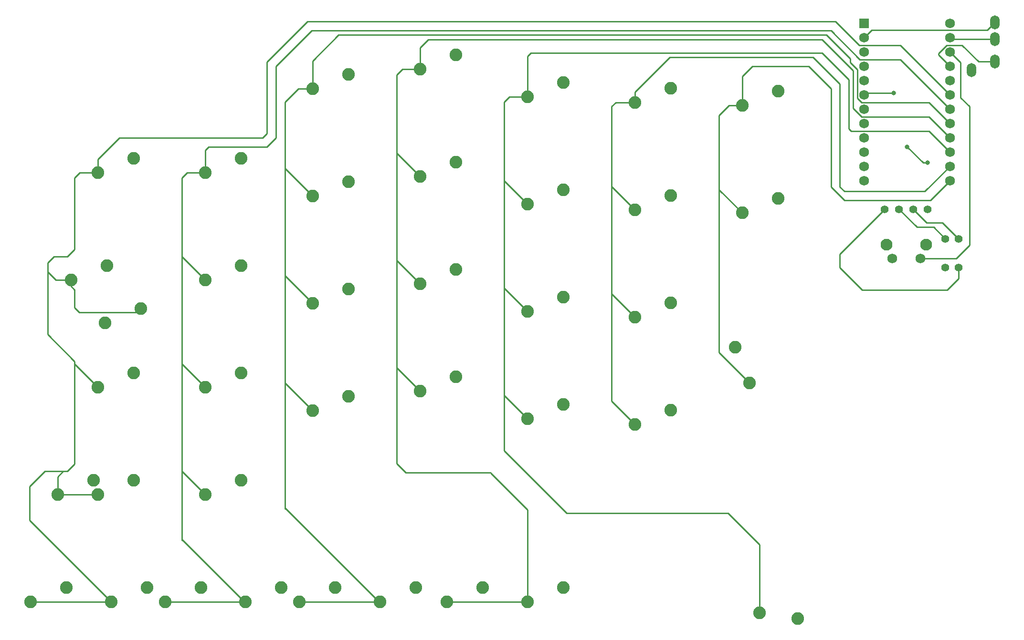
<source format=gtl>
G04 #@! TF.GenerationSoftware,KiCad,Pcbnew,5.1.10*
G04 #@! TF.CreationDate,2021-08-07T14:45:58-04:00*
G04 #@! TF.ProjectId,v05_left,7630355f-6c65-4667-942e-6b696361645f,rev?*
G04 #@! TF.SameCoordinates,Original*
G04 #@! TF.FileFunction,Copper,L1,Top*
G04 #@! TF.FilePolarity,Positive*
%FSLAX46Y46*%
G04 Gerber Fmt 4.6, Leading zero omitted, Abs format (unit mm)*
G04 Created by KiCad (PCBNEW 5.1.10) date 2021-08-07 14:45:58*
%MOMM*%
%LPD*%
G01*
G04 APERTURE LIST*
G04 #@! TA.AperFunction,ComponentPad*
%ADD10C,2.250000*%
G04 #@! TD*
G04 #@! TA.AperFunction,ComponentPad*
%ADD11R,1.752600X1.752600*%
G04 #@! TD*
G04 #@! TA.AperFunction,ComponentPad*
%ADD12C,1.752600*%
G04 #@! TD*
G04 #@! TA.AperFunction,ComponentPad*
%ADD13O,1.700000X2.500000*%
G04 #@! TD*
G04 #@! TA.AperFunction,ComponentPad*
%ADD14C,2.100000*%
G04 #@! TD*
G04 #@! TA.AperFunction,ComponentPad*
%ADD15C,1.750000*%
G04 #@! TD*
G04 #@! TA.AperFunction,ComponentPad*
%ADD16C,1.397000*%
G04 #@! TD*
G04 #@! TA.AperFunction,ViaPad*
%ADD17C,0.800000*%
G04 #@! TD*
G04 #@! TA.AperFunction,Conductor*
%ADD18C,0.250000*%
G04 #@! TD*
G04 APERTURE END LIST*
D10*
X-87153750Y-110013750D03*
X-93503750Y-112553750D03*
X-113347500Y-110013750D03*
X-119697500Y-112553750D03*
X-137160000Y-110013750D03*
X-143510000Y-112553750D03*
X-160972500Y-110013750D03*
X-167322500Y-112553750D03*
X-156210000Y-90963750D03*
X-162560000Y-93503750D03*
X-153828750Y-52863750D03*
X-160178750Y-55403750D03*
X-31328295Y-115488591D03*
X-38097557Y-114513295D03*
X-72866250Y-110013750D03*
X-79216250Y-112553750D03*
X-34766250Y-40957500D03*
X-41116250Y-43497500D03*
D11*
X-19526250Y-9842500D03*
D12*
X-19526250Y-12382500D03*
X-19526250Y-14922500D03*
X-19526250Y-17462500D03*
X-19526250Y-20002500D03*
X-19526250Y-22542500D03*
X-19526250Y-25082500D03*
X-19526250Y-27622500D03*
X-19526250Y-30162500D03*
X-19526250Y-32702500D03*
X-19526250Y-35242500D03*
X-4286250Y-37782500D03*
X-4286250Y-35242500D03*
X-4286250Y-32702500D03*
X-4286250Y-30162500D03*
X-4286250Y-27622500D03*
X-4286250Y-25082500D03*
X-4286250Y-22542500D03*
X-4286250Y-20002500D03*
X-4286250Y-17462500D03*
X-4286250Y-14922500D03*
X-4286250Y-12382500D03*
X-19526250Y-37782500D03*
X-4286250Y-9842500D03*
D13*
X-512500Y-18150000D03*
X3687500Y-16650000D03*
X3687500Y-12650000D03*
X3687500Y-9650000D03*
D14*
X-8525000Y-49103750D03*
D15*
X-9525000Y-51593750D03*
X-14525000Y-51593750D03*
D14*
X-15535000Y-49103750D03*
D10*
X-122872500Y-110013750D03*
X-129222500Y-112553750D03*
X-110966250Y-18923000D03*
X-117316250Y-21463000D03*
X-42386250Y-67310000D03*
X-39846250Y-73660000D03*
X-53816250Y-40386000D03*
X-60166250Y-42926000D03*
X-110966250Y-37973000D03*
X-117316250Y-40513000D03*
X-53816250Y-21336000D03*
X-60166250Y-23876000D03*
D16*
X-2757500Y-48086250D03*
X-2757500Y-53166250D03*
X-5138750Y-53166250D03*
X-5138750Y-48086250D03*
X-8255000Y-42862500D03*
X-10795000Y-42862500D03*
X-13335000Y-42862500D03*
X-15875000Y-42862500D03*
D10*
X-99060000Y-110013750D03*
X-105410000Y-112553750D03*
X-146685000Y-110013750D03*
X-153035000Y-112553750D03*
X-53816250Y-78486000D03*
X-60166250Y-81026000D03*
X-72866250Y-77470000D03*
X-79216250Y-80010000D03*
X-91916250Y-72600750D03*
X-98266250Y-75140750D03*
X-110966250Y-76073000D03*
X-117316250Y-78613000D03*
X-130016250Y-90963750D03*
X-136366250Y-93503750D03*
X-149066250Y-90963750D03*
X-155416250Y-93503750D03*
X-53816250Y-59436000D03*
X-60166250Y-61976000D03*
X-72866250Y-58420000D03*
X-79216250Y-60960000D03*
X-91916250Y-53550750D03*
X-98266250Y-56090750D03*
X-110966250Y-57023000D03*
X-117316250Y-59563000D03*
X-130016250Y-71913750D03*
X-136366250Y-74453750D03*
X-149066250Y-71913750D03*
X-155416250Y-74453750D03*
X-72866250Y-39370000D03*
X-79216250Y-41910000D03*
X-91916250Y-34500750D03*
X-98266250Y-37040750D03*
X-130016250Y-52863750D03*
X-136366250Y-55403750D03*
X-154146250Y-63023750D03*
X-147796250Y-60483750D03*
X-34766250Y-21907500D03*
X-41116250Y-24447500D03*
X-72866250Y-20320000D03*
X-79216250Y-22860000D03*
X-91916250Y-15450750D03*
X-98266250Y-17990750D03*
X-130016250Y-33813750D03*
X-136366250Y-36353750D03*
X-149066250Y-33813750D03*
X-155416250Y-36353750D03*
D17*
X-14287500Y-22225000D03*
X-8255000Y-34607500D03*
X-11906250Y-31750000D03*
D18*
X-159543750Y-70326250D02*
X-155416250Y-74453750D01*
X-159543750Y-69850000D02*
X-159543750Y-70326250D01*
X-13107551Y-13721199D02*
X-4286250Y-22542500D01*
X-118268750Y-9525000D02*
X-24606250Y-9525000D01*
X-126206250Y-30162500D02*
X-125412500Y-29368750D01*
X-125412500Y-29368750D02*
X-125412500Y-16668750D01*
X-151606250Y-30162500D02*
X-126206250Y-30162500D01*
X-155416250Y-33972500D02*
X-151606250Y-30162500D01*
X-20410051Y-13721199D02*
X-13107551Y-13721199D01*
X-24606250Y-9525000D02*
X-20410051Y-13721199D01*
X-125412500Y-16668750D02*
X-118268750Y-9525000D01*
X-155416250Y-36353750D02*
X-155416250Y-33972500D01*
X-155416250Y-93503750D02*
X-162560000Y-93503750D01*
X-159385000Y-106203750D02*
X-153035000Y-112553750D01*
X-159543750Y-106045000D02*
X-159385000Y-106203750D01*
X-153035000Y-112553750D02*
X-167322500Y-112553750D01*
X-167481250Y-92075000D02*
X-167481250Y-98107500D01*
X-167481250Y-98107500D02*
X-159385000Y-106203750D01*
X-164782500Y-89376250D02*
X-167481250Y-92075000D01*
X-159543750Y-88106250D02*
X-160813750Y-89376250D01*
X-159543750Y-69850000D02*
X-159543750Y-88106250D01*
X-162560000Y-93503750D02*
X-162560000Y-90328750D01*
X-162560000Y-90328750D02*
X-161607500Y-89376250D01*
X-161607500Y-89376250D02*
X-164782500Y-89376250D01*
X-160813750Y-89376250D02*
X-161607500Y-89376250D01*
X-164306250Y-65087500D02*
X-159543750Y-69850000D01*
X-163195000Y-51276250D02*
X-164306250Y-52387500D01*
X-160813750Y-51276250D02*
X-163195000Y-51276250D01*
X-159543750Y-37306250D02*
X-159543750Y-50006250D01*
X-158591250Y-36353750D02*
X-159543750Y-37306250D01*
X-159543750Y-50006250D02*
X-160813750Y-51276250D01*
X-155416250Y-36353750D02*
X-158591250Y-36353750D01*
X-164306250Y-53181250D02*
X-164306250Y-53975000D01*
X-164306250Y-52387500D02*
X-164306250Y-53181250D01*
X-164306250Y-53181250D02*
X-164306250Y-65087500D01*
X-162877500Y-55403750D02*
X-160178750Y-55403750D01*
X-164306250Y-53975000D02*
X-162877500Y-55403750D01*
X-148431250Y-61118750D02*
X-147796250Y-60483750D01*
X-158750000Y-61118750D02*
X-148431250Y-61118750D01*
X-159543750Y-60325000D02*
X-158750000Y-61118750D01*
X-159543750Y-57150000D02*
X-159543750Y-60325000D01*
X-160178750Y-56515000D02*
X-159543750Y-57150000D01*
X-160178750Y-55403750D02*
X-160178750Y-56515000D01*
X-136366250Y-36353750D02*
X-139541250Y-36353750D01*
X-139541250Y-36353750D02*
X-140493750Y-37306250D01*
X-140493750Y-101441250D02*
X-129222500Y-112712500D01*
X-140493750Y-89376250D02*
X-136366250Y-93503750D01*
X-140493750Y-87312500D02*
X-140493750Y-89376250D01*
X-140493750Y-87630000D02*
X-140493750Y-101600000D01*
X-140493750Y-70326250D02*
X-136366250Y-74453750D01*
X-140493750Y-69056250D02*
X-140493750Y-70326250D01*
X-140493750Y-69056250D02*
X-140493750Y-87312500D01*
X-140493750Y-51276250D02*
X-136366250Y-55403750D01*
X-140493750Y-37306250D02*
X-140493750Y-49212500D01*
X-140493750Y-49212500D02*
X-140493750Y-51276250D01*
X-140493750Y-49212500D02*
X-140493750Y-69056250D01*
X-25400000Y-11112500D02*
X-20251301Y-16261199D01*
X-20251301Y-16261199D02*
X-13107551Y-16261199D01*
X-117475000Y-11112500D02*
X-25400000Y-11112500D01*
X-123825000Y-17462500D02*
X-117475000Y-11112500D01*
X-13107551Y-16261199D02*
X-4286250Y-25082500D01*
X-125412500Y-31750000D02*
X-123825000Y-30162500D01*
X-135731250Y-31750000D02*
X-125412500Y-31750000D01*
X-136366250Y-32385000D02*
X-135731250Y-31750000D01*
X-123825000Y-30162500D02*
X-123825000Y-17462500D01*
X-136366250Y-36353750D02*
X-136366250Y-32385000D01*
X-129222500Y-112553750D02*
X-143510000Y-112553750D01*
X-117316250Y-21463000D02*
X-119888000Y-21463000D01*
X-119888000Y-21463000D02*
X-122237500Y-23812500D01*
X-122237500Y-95885000D02*
X-105410000Y-112712500D01*
X-122237500Y-73691750D02*
X-117316250Y-78613000D01*
X-122237500Y-67468750D02*
X-122237500Y-73691750D01*
X-122237500Y-66198750D02*
X-122237500Y-96043750D01*
X-122237500Y-54641750D02*
X-117316250Y-59563000D01*
X-122237500Y-53181250D02*
X-122237500Y-54641750D01*
X-122237500Y-53181250D02*
X-122237500Y-67468750D01*
X-122237500Y-35591750D02*
X-117316250Y-40513000D01*
X-122237500Y-34131250D02*
X-122237500Y-35591750D01*
X-122237500Y-23812500D02*
X-122237500Y-34131250D01*
X-122237500Y-34131250D02*
X-122237500Y-53181250D01*
X-26193750Y-11906250D02*
X-21976199Y-16123801D01*
X-112712500Y-11906250D02*
X-26193750Y-11906250D01*
X-117316250Y-16510000D02*
X-112712500Y-11906250D01*
X-117316250Y-21463000D02*
X-117316250Y-16510000D01*
X-8027551Y-23881199D02*
X-4286250Y-27622500D01*
X-19965477Y-23881199D02*
X-8027551Y-23881199D01*
X-20727551Y-23119125D02*
X-19965477Y-23881199D01*
X-20727551Y-18039125D02*
X-20727551Y-23119125D01*
X-21976199Y-16790477D02*
X-20727551Y-18039125D01*
X-21976199Y-16123801D02*
X-21976199Y-16790477D01*
X-105410000Y-112553750D02*
X-119697500Y-112553750D01*
X-98266250Y-17990750D02*
X-101409500Y-17990750D01*
X-101409500Y-17990750D02*
X-102393750Y-18975000D01*
X-102393750Y-88031250D02*
X-100806250Y-89618750D01*
X-100806250Y-89618750D02*
X-85725000Y-89618750D01*
X-85725000Y-89693750D02*
X-79216250Y-96202500D01*
X-102393750Y-71013250D02*
X-98266250Y-75140750D01*
X-102393750Y-68187500D02*
X-102393750Y-71013250D01*
X-102393750Y-68187500D02*
X-102393750Y-88031250D01*
X-102393750Y-51963250D02*
X-98266250Y-56090750D01*
X-102393750Y-48343750D02*
X-102393750Y-51963250D01*
X-102393750Y-48343750D02*
X-102393750Y-68187500D01*
X-102393750Y-32913250D02*
X-98266250Y-37040750D01*
X-102393750Y-30087500D02*
X-102393750Y-32913250D01*
X-102393750Y-18975000D02*
X-102393750Y-30087500D01*
X-102393750Y-30087500D02*
X-102393750Y-48343750D01*
X-79216250Y-96202500D02*
X-79216250Y-112553750D01*
X-96837500Y-12700000D02*
X-26987500Y-12700000D01*
X-98266250Y-14128750D02*
X-96837500Y-12700000D01*
X-98266250Y-17990750D02*
X-98266250Y-14128750D01*
X-26987500Y-12700000D02*
X-21431250Y-18256250D01*
X-19965477Y-26421199D02*
X-8027551Y-26421199D01*
X-8027551Y-26421199D02*
X-4286250Y-30162500D01*
X-21431250Y-24955426D02*
X-19965477Y-26421199D01*
X-21431250Y-18256250D02*
X-21431250Y-24955426D01*
X-79216250Y-112553750D02*
X-93503750Y-112553750D01*
X-38097557Y-102396193D02*
X-38097557Y-114513295D01*
X-83343750Y-85725000D02*
X-72231250Y-96837500D01*
X-43656250Y-96837500D02*
X-38097557Y-102396193D01*
X-72231250Y-96837500D02*
X-43656250Y-96837500D01*
X-82391250Y-22860000D02*
X-83343750Y-23812500D01*
X-79216250Y-22860000D02*
X-82391250Y-22860000D01*
X-83343750Y-75882500D02*
X-79216250Y-80010000D01*
X-83343750Y-70643750D02*
X-83343750Y-75882500D01*
X-83343750Y-70643750D02*
X-83343750Y-85725000D01*
X-83343750Y-56832500D02*
X-79216250Y-60960000D01*
X-83343750Y-53181250D02*
X-83343750Y-56832500D01*
X-83343750Y-53181250D02*
X-83343750Y-70643750D01*
X-83343750Y-37782500D02*
X-79216250Y-41910000D01*
X-83343750Y-34925000D02*
X-83343750Y-37782500D01*
X-83343750Y-23812500D02*
X-83343750Y-34925000D01*
X-83343750Y-34925000D02*
X-83343750Y-53181250D01*
X-21838801Y-28961199D02*
X-8027551Y-28961199D01*
X-22225000Y-19843750D02*
X-22225000Y-28575000D01*
X-78581250Y-15081250D02*
X-26987500Y-15081250D01*
X-26987500Y-15081250D02*
X-22225000Y-19843750D01*
X-79216250Y-15716250D02*
X-78581250Y-15081250D01*
X-8027551Y-28961199D02*
X-4286250Y-32702500D01*
X-22225000Y-28575000D02*
X-21838801Y-28961199D01*
X-79216250Y-22860000D02*
X-79216250Y-15716250D01*
X-60166250Y-23876000D02*
X-63563500Y-23876000D01*
X-63563500Y-23876000D02*
X-64293750Y-24606250D01*
X-64293750Y-76898500D02*
X-60166250Y-81026000D01*
X-64293750Y-57848500D02*
X-60166250Y-61976000D01*
X-64293750Y-54768750D02*
X-64293750Y-57848500D01*
X-64293750Y-54768750D02*
X-64293750Y-76898500D01*
X-64198500Y-38893750D02*
X-60166250Y-42926000D01*
X-64293750Y-38893750D02*
X-64198500Y-38893750D01*
X-64293750Y-24606250D02*
X-64293750Y-38893750D01*
X-64293750Y-38893750D02*
X-64293750Y-54768750D01*
X-60166250Y-23876000D02*
X-60166250Y-22066250D01*
X-60166250Y-22066250D02*
X-53975000Y-15875000D01*
X-53975000Y-15875000D02*
X-28575000Y-15875000D01*
X-28575000Y-15875000D02*
X-23812500Y-20637500D01*
X-23812500Y-20637500D02*
X-23812500Y-38893750D01*
X-8731250Y-39687500D02*
X-4286250Y-35242500D01*
X-23018750Y-39687500D02*
X-8731250Y-39687500D01*
X-23812500Y-38893750D02*
X-23018750Y-39687500D01*
X-41116250Y-24447500D02*
X-43497500Y-24447500D01*
X-43497500Y-24447500D02*
X-45243750Y-26193750D01*
X-45243750Y-68262500D02*
X-39846250Y-73660000D01*
X-45243750Y-39370000D02*
X-41116250Y-43497500D01*
X-45243750Y-26193750D02*
X-45243750Y-35718750D01*
X-45243750Y-35718750D02*
X-45243750Y-39370000D01*
X-45243750Y-35718750D02*
X-45243750Y-68262500D01*
X-41116250Y-24447500D02*
X-41116250Y-19208750D01*
X-41116250Y-19208750D02*
X-39370000Y-17462500D01*
X-39370000Y-17462500D02*
X-29368750Y-17462500D01*
X-29368750Y-17462500D02*
X-25400000Y-21431250D01*
X-25400000Y-21431250D02*
X-25400000Y-38893750D01*
X-25400000Y-38893750D02*
X-23018750Y-41275000D01*
X-7778750Y-41275000D02*
X-4286250Y-37782500D01*
X-23018750Y-41275000D02*
X-7778750Y-41275000D01*
X-2757500Y-48086250D02*
X-5600000Y-45243750D01*
X-8413750Y-45243750D02*
X-10795000Y-42862500D01*
X-5600000Y-45243750D02*
X-8413750Y-45243750D01*
X3687500Y-16650000D02*
X775000Y-16650000D01*
X-4862875Y-13721199D02*
X-6350000Y-15208324D01*
X-2153801Y-13721199D02*
X-4862875Y-13721199D01*
X775000Y-16650000D02*
X-2153801Y-13721199D01*
X-6350000Y-15398750D02*
X-4286250Y-17462500D01*
X-6350000Y-15208324D02*
X-6350000Y-15398750D01*
X-2757500Y-53166250D02*
X-2757500Y-55145000D01*
X-2757500Y-55145000D02*
X-4762500Y-57150000D01*
X-4762500Y-57150000D02*
X-19843750Y-57150000D01*
X-19843750Y-57150000D02*
X-23812500Y-53181250D01*
X-23812500Y-50800000D02*
X-15875000Y-42862500D01*
X-23812500Y-53181250D02*
X-23812500Y-50800000D01*
X-5138750Y-48086250D02*
X-7187500Y-46037500D01*
X-10160000Y-46037500D02*
X-13335000Y-42862500D01*
X-7187500Y-46037500D02*
X-10160000Y-46037500D01*
X-19208750Y-22225000D02*
X-19526250Y-22542500D01*
X-14287500Y-22225000D02*
X-19208750Y-22225000D01*
X-4018750Y-12650000D02*
X-4286250Y-12382500D01*
X3687500Y-12650000D02*
X-4018750Y-12650000D01*
X-8255000Y-34607500D02*
X-9048750Y-34607500D01*
X-9048750Y-34607500D02*
X-11906250Y-31750000D01*
X-11906250Y-31750000D02*
X-11906250Y-31750000D01*
X-793750Y-24606250D02*
X-2381250Y-23018750D01*
X-793750Y-49212500D02*
X-793750Y-24606250D01*
X-9525000Y-51593750D02*
X-3175000Y-51593750D01*
X-2381250Y-23018750D02*
X-2381250Y-16827500D01*
X-3175000Y-51593750D02*
X-793750Y-49212500D01*
X-2381250Y-16827500D02*
X-4286250Y-14922500D01*
X-18187551Y-11043801D02*
X-19526250Y-12382500D01*
X2293699Y-11043801D02*
X-18187551Y-11043801D01*
X3687500Y-9650000D02*
X2293699Y-11043801D01*
M02*

</source>
